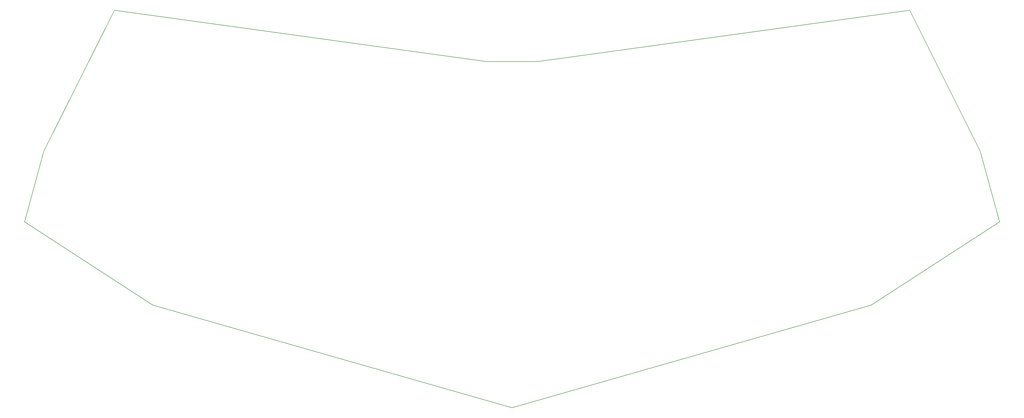
<source format=gko>
G04 #@! TF.FileFunction,Profile,NP*
%FSLAX46Y46*%
G04 Gerber Fmt 4.6, Leading zero omitted, Abs format (unit mm)*
G04 Created by KiCad (PCBNEW 4.0.7) date 09/07/18 18:10:35*
%MOMM*%
%LPD*%
G01*
G04 APERTURE LIST*
%ADD10C,0.100000*%
%ADD11C,0.150000*%
G04 APERTURE END LIST*
D10*
D11*
X19050000Y-107156250D02*
X-28575000Y-76200000D01*
X152400000Y-145256250D02*
X19050000Y-107156250D01*
X285750000Y-107156250D02*
X152400000Y-145256250D01*
X333375000Y-76200000D02*
X285750000Y-107156250D01*
X326231250Y-50006250D02*
X333375000Y-76200000D01*
X300037500Y2381250D02*
X326231250Y-50006250D01*
X161925000Y-16668750D02*
X300037500Y2381250D01*
X142875000Y-16668750D02*
X161925000Y-16668750D01*
X4762500Y2381250D02*
X142875000Y-16668750D01*
X-21431250Y-50006250D02*
X4762500Y2381250D01*
X-28575000Y-76200000D02*
X-21431250Y-50006250D01*
M02*

</source>
